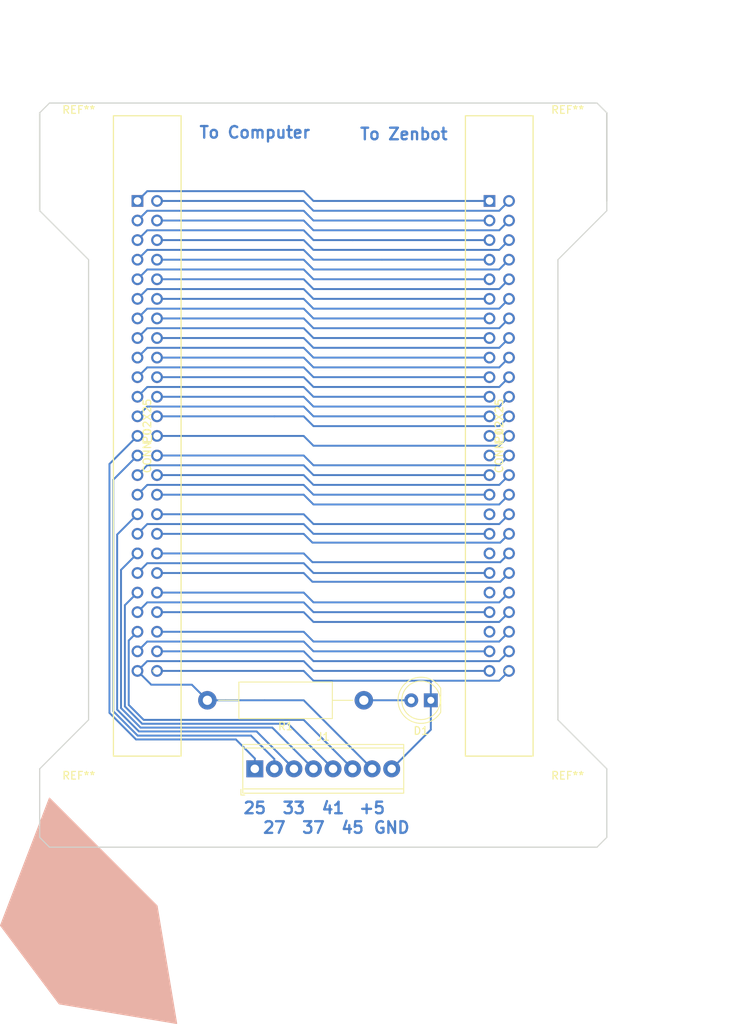
<source format=kicad_pcb>
(kicad_pcb (version 20171130) (host pcbnew 5.0.2+dfsg1-1)

  (general
    (thickness 1.6)
    (drawings 32)
    (tracks 234)
    (zones 0)
    (modules 9)
    (nets 58)
  )

  (page A4)
  (layers
    (0 F.Cu signal)
    (31 B.Cu signal)
    (33 F.Adhes user)
    (35 F.Paste user)
    (37 F.SilkS user)
    (39 F.Mask user)
    (40 Dwgs.User user)
    (41 Cmts.User user)
    (42 Eco1.User user)
    (43 Eco2.User user)
    (44 Edge.Cuts user)
    (45 Margin user)
    (47 F.CrtYd user)
    (49 F.Fab user)
  )

  (setup
    (last_trace_width 0.25)
    (trace_clearance 0.25)
    (zone_clearance 0.26)
    (zone_45_only no)
    (trace_min 0.2)
    (segment_width 0.2)
    (edge_width 0.15)
    (via_size 0.6)
    (via_drill 0.4)
    (via_min_size 0.4)
    (via_min_drill 0.3)
    (uvia_size 0.3)
    (uvia_drill 0.1)
    (uvias_allowed no)
    (uvia_min_size 0.2)
    (uvia_min_drill 0.1)
    (pcb_text_width 0.3)
    (pcb_text_size 1.5 1.5)
    (mod_edge_width 0.15)
    (mod_text_size 1 1)
    (mod_text_width 0.15)
    (pad_size 4.7 4.7)
    (pad_drill 1)
    (pad_to_mask_clearance 0.2)
    (solder_mask_min_width 0.25)
    (aux_axis_origin 97.79 129.54)
    (grid_origin 97.79 129.54)
    (visible_elements FFFFFF7F)
    (pcbplotparams
      (layerselection 0x01000_fffffffe)
      (usegerberextensions false)
      (usegerberattributes false)
      (usegerberadvancedattributes false)
      (creategerberjobfile false)
      (excludeedgelayer true)
      (linewidth 0.100000)
      (plotframeref false)
      (viasonmask false)
      (mode 1)
      (useauxorigin true)
      (hpglpennumber 1)
      (hpglpenspeed 20)
      (hpglpendiameter 15.000000)
      (psnegative false)
      (psa4output false)
      (plotreference true)
      (plotvalue true)
      (plotinvisibletext false)
      (padsonsilk false)
      (subtractmaskfromsilk false)
      (outputformat 1)
      (mirror false)
      (drillshape 0)
      (scaleselection 1)
      (outputdirectory ""))
  )

  (net 0 "")
  (net 1 "Net-(D1-Pad1)")
  (net 2 "Net-(D1-Pad2)")
  (net 3 "Net-(J1-Pad1)")
  (net 4 "Net-(J1-Pad2)")
  (net 5 "Net-(J1-Pad3)")
  (net 6 "Net-(J1-Pad4)")
  (net 7 "Net-(J1-Pad5)")
  (net 8 "Net-(J1-Pad6)")
  (net 9 "Net-(J1-Pad7)")
  (net 10 "Net-(P0-Pad1)")
  (net 11 "Net-(P0-Pad2)")
  (net 12 "Net-(P0-Pad3)")
  (net 13 "Net-(P0-Pad4)")
  (net 14 "Net-(P0-Pad5)")
  (net 15 "Net-(P0-Pad6)")
  (net 16 "Net-(P0-Pad7)")
  (net 17 "Net-(P0-Pad8)")
  (net 18 "Net-(P0-Pad9)")
  (net 19 "Net-(P0-Pad10)")
  (net 20 "Net-(P0-Pad11)")
  (net 21 "Net-(P0-Pad12)")
  (net 22 "Net-(P0-Pad13)")
  (net 23 "Net-(P0-Pad14)")
  (net 24 "Net-(P0-Pad15)")
  (net 25 "Net-(P0-Pad16)")
  (net 26 "Net-(P0-Pad17)")
  (net 27 "Net-(P0-Pad18)")
  (net 28 "Net-(P0-Pad19)")
  (net 29 "Net-(P0-Pad20)")
  (net 30 "Net-(P0-Pad21)")
  (net 31 "Net-(P0-Pad22)")
  (net 32 "Net-(P0-Pad23)")
  (net 33 "Net-(P0-Pad24)")
  (net 34 "Net-(P0-Pad26)")
  (net 35 "Net-(P0-Pad28)")
  (net 36 "Net-(P0-Pad29)")
  (net 37 "Net-(P0-Pad30)")
  (net 38 "Net-(P0-Pad31)")
  (net 39 "Net-(P0-Pad32)")
  (net 40 "Net-(P0-Pad34)")
  (net 41 "Net-(P0-Pad35)")
  (net 42 "Net-(P0-Pad36)")
  (net 43 "Net-(P0-Pad38)")
  (net 44 "Net-(P0-Pad39)")
  (net 45 "Net-(P0-Pad40)")
  (net 46 "Net-(P0-Pad42)")
  (net 47 "Net-(P0-Pad43)")
  (net 48 "Net-(P0-Pad44)")
  (net 49 "Net-(P0-Pad46)")
  (net 50 "Net-(P0-Pad47)")
  (net 51 "Net-(P0-Pad48)")
  (net 52 "Net-(P1-Pad25)")
  (net 53 "Net-(P1-Pad27)")
  (net 54 "Net-(P1-Pad33)")
  (net 55 "Net-(P1-Pad37)")
  (net 56 "Net-(P1-Pad41)")
  (net 57 "Net-(P1-Pad45)")

  (net_class Default "This is the default net class."
    (clearance 0.25)
    (trace_width 0.25)
    (via_dia 0.6)
    (via_drill 0.4)
    (uvia_dia 0.3)
    (uvia_drill 0.1)
    (add_net "Net-(D1-Pad1)")
    (add_net "Net-(D1-Pad2)")
    (add_net "Net-(J1-Pad1)")
    (add_net "Net-(J1-Pad2)")
    (add_net "Net-(J1-Pad3)")
    (add_net "Net-(J1-Pad4)")
    (add_net "Net-(J1-Pad5)")
    (add_net "Net-(J1-Pad6)")
    (add_net "Net-(J1-Pad7)")
    (add_net "Net-(P0-Pad1)")
    (add_net "Net-(P0-Pad10)")
    (add_net "Net-(P0-Pad11)")
    (add_net "Net-(P0-Pad12)")
    (add_net "Net-(P0-Pad13)")
    (add_net "Net-(P0-Pad14)")
    (add_net "Net-(P0-Pad15)")
    (add_net "Net-(P0-Pad16)")
    (add_net "Net-(P0-Pad17)")
    (add_net "Net-(P0-Pad18)")
    (add_net "Net-(P0-Pad19)")
    (add_net "Net-(P0-Pad2)")
    (add_net "Net-(P0-Pad20)")
    (add_net "Net-(P0-Pad21)")
    (add_net "Net-(P0-Pad22)")
    (add_net "Net-(P0-Pad23)")
    (add_net "Net-(P0-Pad24)")
    (add_net "Net-(P0-Pad26)")
    (add_net "Net-(P0-Pad28)")
    (add_net "Net-(P0-Pad29)")
    (add_net "Net-(P0-Pad3)")
    (add_net "Net-(P0-Pad30)")
    (add_net "Net-(P0-Pad31)")
    (add_net "Net-(P0-Pad32)")
    (add_net "Net-(P0-Pad34)")
    (add_net "Net-(P0-Pad35)")
    (add_net "Net-(P0-Pad36)")
    (add_net "Net-(P0-Pad38)")
    (add_net "Net-(P0-Pad39)")
    (add_net "Net-(P0-Pad4)")
    (add_net "Net-(P0-Pad40)")
    (add_net "Net-(P0-Pad42)")
    (add_net "Net-(P0-Pad43)")
    (add_net "Net-(P0-Pad44)")
    (add_net "Net-(P0-Pad46)")
    (add_net "Net-(P0-Pad47)")
    (add_net "Net-(P0-Pad48)")
    (add_net "Net-(P0-Pad5)")
    (add_net "Net-(P0-Pad6)")
    (add_net "Net-(P0-Pad7)")
    (add_net "Net-(P0-Pad8)")
    (add_net "Net-(P0-Pad9)")
    (add_net "Net-(P1-Pad25)")
    (add_net "Net-(P1-Pad27)")
    (add_net "Net-(P1-Pad33)")
    (add_net "Net-(P1-Pad37)")
    (add_net "Net-(P1-Pad41)")
    (add_net "Net-(P1-Pad45)")
  )

  (module zenbot:TE-Connectivity_1-5499923-0 (layer F.Cu) (tedit 5CAABD1C) (tstamp 5BF9947D)
    (at 113.03 106.68 270)
    (path /5BF5B245)
    (fp_text reference P0 (at -30.48 1.27 270) (layer F.SilkS)
      (effects (font (size 1 1) (thickness 0.15)))
    )
    (fp_text value CONN_02X25 (at -30.48 1.27 270) (layer F.SilkS)
      (effects (font (size 1 1) (thickness 0.15)))
    )
    (fp_text user * (at 0 0 270) (layer F.SilkS)
      (effects (font (size 1 1) (thickness 0.15)))
    )
    (fp_text user * (at 0 0 270) (layer F.Fab)
      (effects (font (size 1 1) (thickness 0.15)))
    )
    (fp_line (start -72.009 5.6642) (end 11.049 5.6642) (layer F.SilkS) (width 0.1524))
    (fp_line (start 11.049 5.6642) (end 11.049 -3.1242) (layer F.SilkS) (width 0.1524))
    (fp_line (start 11.049 -3.1242) (end -72.009 -3.1242) (layer F.SilkS) (width 0.1524))
    (fp_line (start -72.009 -3.1242) (end -72.009 5.6642) (layer F.SilkS) (width 0.1524))
    (fp_line (start -71.882 5.5372) (end 10.922 5.5372) (layer F.Fab) (width 0.1524))
    (fp_line (start 10.922 5.5372) (end 10.922 -2.9972) (layer F.Fab) (width 0.1524))
    (fp_line (start 10.922 -2.9972) (end -71.882 -2.9972) (layer F.Fab) (width 0.1524))
    (fp_line (start -71.882 -2.9972) (end -71.882 5.5372) (layer F.Fab) (width 0.1524))
    (fp_line (start -72.136 -3.2512) (end -72.136 5.7912) (layer F.CrtYd) (width 0.1524))
    (fp_line (start -72.136 5.7912) (end 11.176 5.7912) (layer F.CrtYd) (width 0.1524))
    (fp_line (start 11.176 5.7912) (end 11.176 -3.2512) (layer F.CrtYd) (width 0.1524))
    (fp_line (start 11.176 -3.2512) (end -72.136 -3.2512) (layer F.CrtYd) (width 0.1524))
    (pad 1 thru_hole rect (at -60.96 2.54 270) (size 1.524 1.524) (drill 0.9652) (layers *.Cu *.Mask)
      (net 10 "Net-(P0-Pad1)"))
    (pad 2 thru_hole circle (at -60.96 0 270) (size 1.524 1.524) (drill 0.9652) (layers *.Cu *.Mask)
      (net 11 "Net-(P0-Pad2)"))
    (pad 3 thru_hole circle (at -58.42 2.54 270) (size 1.524 1.524) (drill 0.9652) (layers *.Cu *.Mask)
      (net 12 "Net-(P0-Pad3)"))
    (pad 4 thru_hole circle (at -58.42 0 270) (size 1.524 1.524) (drill 0.9652) (layers *.Cu *.Mask)
      (net 13 "Net-(P0-Pad4)"))
    (pad 5 thru_hole circle (at -55.88 2.54 270) (size 1.524 1.524) (drill 0.9652) (layers *.Cu *.Mask)
      (net 14 "Net-(P0-Pad5)"))
    (pad 6 thru_hole circle (at -55.88 0 270) (size 1.524 1.524) (drill 0.9652) (layers *.Cu *.Mask)
      (net 15 "Net-(P0-Pad6)"))
    (pad 7 thru_hole circle (at -53.34 2.54 270) (size 1.524 1.524) (drill 0.9652) (layers *.Cu *.Mask)
      (net 16 "Net-(P0-Pad7)"))
    (pad 8 thru_hole circle (at -53.34 0 270) (size 1.524 1.524) (drill 0.9652) (layers *.Cu *.Mask)
      (net 17 "Net-(P0-Pad8)"))
    (pad 9 thru_hole circle (at -50.8 2.54 270) (size 1.524 1.524) (drill 0.9652) (layers *.Cu *.Mask)
      (net 18 "Net-(P0-Pad9)"))
    (pad 10 thru_hole circle (at -50.8 0 270) (size 1.524 1.524) (drill 0.9652) (layers *.Cu *.Mask)
      (net 19 "Net-(P0-Pad10)"))
    (pad 11 thru_hole circle (at -48.26 2.54 270) (size 1.524 1.524) (drill 0.9652) (layers *.Cu *.Mask)
      (net 20 "Net-(P0-Pad11)"))
    (pad 12 thru_hole circle (at -48.26 0 270) (size 1.524 1.524) (drill 0.9652) (layers *.Cu *.Mask)
      (net 21 "Net-(P0-Pad12)"))
    (pad 13 thru_hole circle (at -45.72 2.54 270) (size 1.524 1.524) (drill 0.9652) (layers *.Cu *.Mask)
      (net 22 "Net-(P0-Pad13)"))
    (pad 14 thru_hole circle (at -45.72 0 270) (size 1.524 1.524) (drill 0.9652) (layers *.Cu *.Mask)
      (net 23 "Net-(P0-Pad14)"))
    (pad 15 thru_hole circle (at -43.18 2.54 270) (size 1.524 1.524) (drill 0.9652) (layers *.Cu *.Mask)
      (net 24 "Net-(P0-Pad15)"))
    (pad 16 thru_hole circle (at -43.18 0 270) (size 1.524 1.524) (drill 0.9652) (layers *.Cu *.Mask)
      (net 25 "Net-(P0-Pad16)"))
    (pad 17 thru_hole circle (at -40.64 2.54 270) (size 1.524 1.524) (drill 0.9652) (layers *.Cu *.Mask)
      (net 26 "Net-(P0-Pad17)"))
    (pad 18 thru_hole circle (at -40.64 0 270) (size 1.524 1.524) (drill 0.9652) (layers *.Cu *.Mask)
      (net 27 "Net-(P0-Pad18)"))
    (pad 19 thru_hole circle (at -38.1 2.54 270) (size 1.524 1.524) (drill 0.9652) (layers *.Cu *.Mask)
      (net 28 "Net-(P0-Pad19)"))
    (pad 20 thru_hole circle (at -38.1 0 270) (size 1.524 1.524) (drill 0.9652) (layers *.Cu *.Mask)
      (net 29 "Net-(P0-Pad20)"))
    (pad 21 thru_hole circle (at -35.56 2.54 270) (size 1.524 1.524) (drill 0.9652) (layers *.Cu *.Mask)
      (net 30 "Net-(P0-Pad21)"))
    (pad 22 thru_hole circle (at -35.56 0 270) (size 1.524 1.524) (drill 0.9652) (layers *.Cu *.Mask)
      (net 31 "Net-(P0-Pad22)"))
    (pad 23 thru_hole circle (at -33.02 2.54 270) (size 1.524 1.524) (drill 0.9652) (layers *.Cu *.Mask)
      (net 32 "Net-(P0-Pad23)"))
    (pad 24 thru_hole circle (at -33.02 0 270) (size 1.524 1.524) (drill 0.9652) (layers *.Cu *.Mask)
      (net 33 "Net-(P0-Pad24)"))
    (pad 25 thru_hole circle (at -30.48 2.54 270) (size 1.524 1.524) (drill 0.9652) (layers *.Cu *.Mask)
      (net 3 "Net-(J1-Pad1)"))
    (pad 26 thru_hole circle (at -30.48 0 270) (size 1.524 1.524) (drill 0.9652) (layers *.Cu *.Mask)
      (net 34 "Net-(P0-Pad26)"))
    (pad 27 thru_hole circle (at -27.94 2.54 270) (size 1.524 1.524) (drill 0.9652) (layers *.Cu *.Mask)
      (net 4 "Net-(J1-Pad2)"))
    (pad 28 thru_hole circle (at -27.94 0 270) (size 1.524 1.524) (drill 0.9652) (layers *.Cu *.Mask)
      (net 35 "Net-(P0-Pad28)"))
    (pad 29 thru_hole circle (at -25.4 2.54 270) (size 1.524 1.524) (drill 0.9652) (layers *.Cu *.Mask)
      (net 36 "Net-(P0-Pad29)"))
    (pad 30 thru_hole circle (at -25.4 0 270) (size 1.524 1.524) (drill 0.9652) (layers *.Cu *.Mask)
      (net 37 "Net-(P0-Pad30)"))
    (pad 31 thru_hole circle (at -22.86 2.54 270) (size 1.524 1.524) (drill 0.9652) (layers *.Cu *.Mask)
      (net 38 "Net-(P0-Pad31)"))
    (pad 32 thru_hole circle (at -22.86 0 270) (size 1.524 1.524) (drill 0.9652) (layers *.Cu *.Mask)
      (net 39 "Net-(P0-Pad32)"))
    (pad 33 thru_hole circle (at -20.32 2.54 270) (size 1.524 1.524) (drill 0.9652) (layers *.Cu *.Mask)
      (net 5 "Net-(J1-Pad3)"))
    (pad 34 thru_hole circle (at -20.32 0 270) (size 1.524 1.524) (drill 0.9652) (layers *.Cu *.Mask)
      (net 40 "Net-(P0-Pad34)"))
    (pad 35 thru_hole circle (at -17.78 2.54 270) (size 1.524 1.524) (drill 0.9652) (layers *.Cu *.Mask)
      (net 41 "Net-(P0-Pad35)"))
    (pad 36 thru_hole circle (at -17.78 0 270) (size 1.524 1.524) (drill 0.9652) (layers *.Cu *.Mask)
      (net 42 "Net-(P0-Pad36)"))
    (pad 37 thru_hole circle (at -15.24 2.54 270) (size 1.524 1.524) (drill 0.9652) (layers *.Cu *.Mask)
      (net 6 "Net-(J1-Pad4)"))
    (pad 38 thru_hole circle (at -15.24 0 270) (size 1.524 1.524) (drill 0.9652) (layers *.Cu *.Mask)
      (net 43 "Net-(P0-Pad38)"))
    (pad 39 thru_hole circle (at -12.7 2.54 270) (size 1.524 1.524) (drill 0.9652) (layers *.Cu *.Mask)
      (net 44 "Net-(P0-Pad39)"))
    (pad 40 thru_hole circle (at -12.7 0 270) (size 1.524 1.524) (drill 0.9652) (layers *.Cu *.Mask)
      (net 45 "Net-(P0-Pad40)"))
    (pad 41 thru_hole circle (at -10.16 2.54 270) (size 1.524 1.524) (drill 0.9652) (layers *.Cu *.Mask)
      (net 7 "Net-(J1-Pad5)"))
    (pad 42 thru_hole circle (at -10.16 0 270) (size 1.524 1.524) (drill 0.9652) (layers *.Cu *.Mask)
      (net 46 "Net-(P0-Pad42)"))
    (pad 43 thru_hole circle (at -7.62 2.54 270) (size 1.524 1.524) (drill 0.9652) (layers *.Cu *.Mask)
      (net 47 "Net-(P0-Pad43)"))
    (pad 44 thru_hole circle (at -7.62 0 270) (size 1.524 1.524) (drill 0.9652) (layers *.Cu *.Mask)
      (net 48 "Net-(P0-Pad44)"))
    (pad 45 thru_hole circle (at -5.08 2.54 270) (size 1.524 1.524) (drill 0.9652) (layers *.Cu *.Mask)
      (net 8 "Net-(J1-Pad6)"))
    (pad 46 thru_hole circle (at -5.08 0 270) (size 1.524 1.524) (drill 0.9652) (layers *.Cu *.Mask)
      (net 49 "Net-(P0-Pad46)"))
    (pad 47 thru_hole circle (at -2.54 2.54 270) (size 1.524 1.524) (drill 0.9652) (layers *.Cu *.Mask)
      (net 50 "Net-(P0-Pad47)"))
    (pad 48 thru_hole circle (at -2.54 0 270) (size 1.524 1.524) (drill 0.9652) (layers *.Cu *.Mask)
      (net 51 "Net-(P0-Pad48)"))
    (pad 49 thru_hole circle (at 0 2.54 270) (size 1.524 1.524) (drill 0.9652) (layers *.Cu *.Mask)
      (net 9 "Net-(J1-Pad7)"))
    (pad 50 thru_hole circle (at 0 0 270) (size 1.524 1.524) (drill 0.9652) (layers *.Cu *.Mask)
      (net 1 "Net-(D1-Pad1)"))
  )

  (module zenbot:TE-Connectivity_1-5499923-0 (layer F.Cu) (tedit 5CAABD1C) (tstamp 5BF994BF)
    (at 158.75 106.68 270)
    (path /5BF5B2D8)
    (fp_text reference P1 (at -30.48 1.27 270) (layer F.SilkS)
      (effects (font (size 1 1) (thickness 0.15)))
    )
    (fp_text value CONN_02X25 (at -30.48 1.27 270) (layer F.SilkS)
      (effects (font (size 1 1) (thickness 0.15)))
    )
    (fp_text user * (at 0 0 270) (layer F.SilkS)
      (effects (font (size 1 1) (thickness 0.15)))
    )
    (fp_text user * (at 0 0 270) (layer F.Fab)
      (effects (font (size 1 1) (thickness 0.15)))
    )
    (fp_line (start -72.009 5.6642) (end 11.049 5.6642) (layer F.SilkS) (width 0.1524))
    (fp_line (start 11.049 5.6642) (end 11.049 -3.1242) (layer F.SilkS) (width 0.1524))
    (fp_line (start 11.049 -3.1242) (end -72.009 -3.1242) (layer F.SilkS) (width 0.1524))
    (fp_line (start -72.009 -3.1242) (end -72.009 5.6642) (layer F.SilkS) (width 0.1524))
    (fp_line (start -71.882 5.5372) (end 10.922 5.5372) (layer F.Fab) (width 0.1524))
    (fp_line (start 10.922 5.5372) (end 10.922 -2.9972) (layer F.Fab) (width 0.1524))
    (fp_line (start 10.922 -2.9972) (end -71.882 -2.9972) (layer F.Fab) (width 0.1524))
    (fp_line (start -71.882 -2.9972) (end -71.882 5.5372) (layer F.Fab) (width 0.1524))
    (fp_line (start -72.136 -3.2512) (end -72.136 5.7912) (layer F.CrtYd) (width 0.1524))
    (fp_line (start -72.136 5.7912) (end 11.176 5.7912) (layer F.CrtYd) (width 0.1524))
    (fp_line (start 11.176 5.7912) (end 11.176 -3.2512) (layer F.CrtYd) (width 0.1524))
    (fp_line (start 11.176 -3.2512) (end -72.136 -3.2512) (layer F.CrtYd) (width 0.1524))
    (pad 1 thru_hole rect (at -60.96 2.54 270) (size 1.524 1.524) (drill 0.9652) (layers *.Cu *.Mask)
      (net 10 "Net-(P0-Pad1)"))
    (pad 2 thru_hole circle (at -60.96 0 270) (size 1.524 1.524) (drill 0.9652) (layers *.Cu *.Mask)
      (net 11 "Net-(P0-Pad2)"))
    (pad 3 thru_hole circle (at -58.42 2.54 270) (size 1.524 1.524) (drill 0.9652) (layers *.Cu *.Mask)
      (net 12 "Net-(P0-Pad3)"))
    (pad 4 thru_hole circle (at -58.42 0 270) (size 1.524 1.524) (drill 0.9652) (layers *.Cu *.Mask)
      (net 13 "Net-(P0-Pad4)"))
    (pad 5 thru_hole circle (at -55.88 2.54 270) (size 1.524 1.524) (drill 0.9652) (layers *.Cu *.Mask)
      (net 14 "Net-(P0-Pad5)"))
    (pad 6 thru_hole circle (at -55.88 0 270) (size 1.524 1.524) (drill 0.9652) (layers *.Cu *.Mask)
      (net 15 "Net-(P0-Pad6)"))
    (pad 7 thru_hole circle (at -53.34 2.54 270) (size 1.524 1.524) (drill 0.9652) (layers *.Cu *.Mask)
      (net 16 "Net-(P0-Pad7)"))
    (pad 8 thru_hole circle (at -53.34 0 270) (size 1.524 1.524) (drill 0.9652) (layers *.Cu *.Mask)
      (net 17 "Net-(P0-Pad8)"))
    (pad 9 thru_hole circle (at -50.8 2.54 270) (size 1.524 1.524) (drill 0.9652) (layers *.Cu *.Mask)
      (net 18 "Net-(P0-Pad9)"))
    (pad 10 thru_hole circle (at -50.8 0 270) (size 1.524 1.524) (drill 0.9652) (layers *.Cu *.Mask)
      (net 19 "Net-(P0-Pad10)"))
    (pad 11 thru_hole circle (at -48.26 2.54 270) (size 1.524 1.524) (drill 0.9652) (layers *.Cu *.Mask)
      (net 20 "Net-(P0-Pad11)"))
    (pad 12 thru_hole circle (at -48.26 0 270) (size 1.524 1.524) (drill 0.9652) (layers *.Cu *.Mask)
      (net 21 "Net-(P0-Pad12)"))
    (pad 13 thru_hole circle (at -45.72 2.54 270) (size 1.524 1.524) (drill 0.9652) (layers *.Cu *.Mask)
      (net 22 "Net-(P0-Pad13)"))
    (pad 14 thru_hole circle (at -45.72 0 270) (size 1.524 1.524) (drill 0.9652) (layers *.Cu *.Mask)
      (net 23 "Net-(P0-Pad14)"))
    (pad 15 thru_hole circle (at -43.18 2.54 270) (size 1.524 1.524) (drill 0.9652) (layers *.Cu *.Mask)
      (net 24 "Net-(P0-Pad15)"))
    (pad 16 thru_hole circle (at -43.18 0 270) (size 1.524 1.524) (drill 0.9652) (layers *.Cu *.Mask)
      (net 25 "Net-(P0-Pad16)"))
    (pad 17 thru_hole circle (at -40.64 2.54 270) (size 1.524 1.524) (drill 0.9652) (layers *.Cu *.Mask)
      (net 26 "Net-(P0-Pad17)"))
    (pad 18 thru_hole circle (at -40.64 0 270) (size 1.524 1.524) (drill 0.9652) (layers *.Cu *.Mask)
      (net 27 "Net-(P0-Pad18)"))
    (pad 19 thru_hole circle (at -38.1 2.54 270) (size 1.524 1.524) (drill 0.9652) (layers *.Cu *.Mask)
      (net 28 "Net-(P0-Pad19)"))
    (pad 20 thru_hole circle (at -38.1 0 270) (size 1.524 1.524) (drill 0.9652) (layers *.Cu *.Mask)
      (net 29 "Net-(P0-Pad20)"))
    (pad 21 thru_hole circle (at -35.56 2.54 270) (size 1.524 1.524) (drill 0.9652) (layers *.Cu *.Mask)
      (net 30 "Net-(P0-Pad21)"))
    (pad 22 thru_hole circle (at -35.56 0 270) (size 1.524 1.524) (drill 0.9652) (layers *.Cu *.Mask)
      (net 31 "Net-(P0-Pad22)"))
    (pad 23 thru_hole circle (at -33.02 2.54 270) (size 1.524 1.524) (drill 0.9652) (layers *.Cu *.Mask)
      (net 32 "Net-(P0-Pad23)"))
    (pad 24 thru_hole circle (at -33.02 0 270) (size 1.524 1.524) (drill 0.9652) (layers *.Cu *.Mask)
      (net 33 "Net-(P0-Pad24)"))
    (pad 25 thru_hole circle (at -30.48 2.54 270) (size 1.524 1.524) (drill 0.9652) (layers *.Cu *.Mask)
      (net 52 "Net-(P1-Pad25)"))
    (pad 26 thru_hole circle (at -30.48 0 270) (size 1.524 1.524) (drill 0.9652) (layers *.Cu *.Mask)
      (net 34 "Net-(P0-Pad26)"))
    (pad 27 thru_hole circle (at -27.94 2.54 270) (size 1.524 1.524) (drill 0.9652) (layers *.Cu *.Mask)
      (net 53 "Net-(P1-Pad27)"))
    (pad 28 thru_hole circle (at -27.94 0 270) (size 1.524 1.524) (drill 0.9652) (layers *.Cu *.Mask)
      (net 35 "Net-(P0-Pad28)"))
    (pad 29 thru_hole circle (at -25.4 2.54 270) (size 1.524 1.524) (drill 0.9652) (layers *.Cu *.Mask)
      (net 36 "Net-(P0-Pad29)"))
    (pad 30 thru_hole circle (at -25.4 0 270) (size 1.524 1.524) (drill 0.9652) (layers *.Cu *.Mask)
      (net 37 "Net-(P0-Pad30)"))
    (pad 31 thru_hole circle (at -22.86 2.54 270) (size 1.524 1.524) (drill 0.9652) (layers *.Cu *.Mask)
      (net 38 "Net-(P0-Pad31)"))
    (pad 32 thru_hole circle (at -22.86 0 270) (size 1.524 1.524) (drill 0.9652) (layers *.Cu *.Mask)
      (net 39 "Net-(P0-Pad32)"))
    (pad 33 thru_hole circle (at -20.32 2.54 270) (size 1.524 1.524) (drill 0.9652) (layers *.Cu *.Mask)
      (net 54 "Net-(P1-Pad33)"))
    (pad 34 thru_hole circle (at -20.32 0 270) (size 1.524 1.524) (drill 0.9652) (layers *.Cu *.Mask)
      (net 40 "Net-(P0-Pad34)"))
    (pad 35 thru_hole circle (at -17.78 2.54 270) (size 1.524 1.524) (drill 0.9652) (layers *.Cu *.Mask)
      (net 41 "Net-(P0-Pad35)"))
    (pad 36 thru_hole circle (at -17.78 0 270) (size 1.524 1.524) (drill 0.9652) (layers *.Cu *.Mask)
      (net 42 "Net-(P0-Pad36)"))
    (pad 37 thru_hole circle (at -15.24 2.54 270) (size 1.524 1.524) (drill 0.9652) (layers *.Cu *.Mask)
      (net 55 "Net-(P1-Pad37)"))
    (pad 38 thru_hole circle (at -15.24 0 270) (size 1.524 1.524) (drill 0.9652) (layers *.Cu *.Mask)
      (net 43 "Net-(P0-Pad38)"))
    (pad 39 thru_hole circle (at -12.7 2.54 270) (size 1.524 1.524) (drill 0.9652) (layers *.Cu *.Mask)
      (net 44 "Net-(P0-Pad39)"))
    (pad 40 thru_hole circle (at -12.7 0 270) (size 1.524 1.524) (drill 0.9652) (layers *.Cu *.Mask)
      (net 45 "Net-(P0-Pad40)"))
    (pad 41 thru_hole circle (at -10.16 2.54 270) (size 1.524 1.524) (drill 0.9652) (layers *.Cu *.Mask)
      (net 56 "Net-(P1-Pad41)"))
    (pad 42 thru_hole circle (at -10.16 0 270) (size 1.524 1.524) (drill 0.9652) (layers *.Cu *.Mask)
      (net 46 "Net-(P0-Pad42)"))
    (pad 43 thru_hole circle (at -7.62 2.54 270) (size 1.524 1.524) (drill 0.9652) (layers *.Cu *.Mask)
      (net 47 "Net-(P0-Pad43)"))
    (pad 44 thru_hole circle (at -7.62 0 270) (size 1.524 1.524) (drill 0.9652) (layers *.Cu *.Mask)
      (net 48 "Net-(P0-Pad44)"))
    (pad 45 thru_hole circle (at -5.08 2.54 270) (size 1.524 1.524) (drill 0.9652) (layers *.Cu *.Mask)
      (net 57 "Net-(P1-Pad45)"))
    (pad 46 thru_hole circle (at -5.08 0 270) (size 1.524 1.524) (drill 0.9652) (layers *.Cu *.Mask)
      (net 49 "Net-(P0-Pad46)"))
    (pad 47 thru_hole circle (at -2.54 2.54 270) (size 1.524 1.524) (drill 0.9652) (layers *.Cu *.Mask)
      (net 50 "Net-(P0-Pad47)"))
    (pad 48 thru_hole circle (at -2.54 0 270) (size 1.524 1.524) (drill 0.9652) (layers *.Cu *.Mask)
      (net 51 "Net-(P0-Pad48)"))
    (pad 49 thru_hole circle (at 0 2.54 270) (size 1.524 1.524) (drill 0.9652) (layers *.Cu *.Mask)
      (net 9 "Net-(J1-Pad7)"))
    (pad 50 thru_hole circle (at 0 0 270) (size 1.524 1.524) (drill 0.9652) (layers *.Cu *.Mask)
      (net 1 "Net-(D1-Pad1)"))
  )

  (module Resistor_THT:R_Axial_DIN0414_L11.9mm_D4.5mm_P20.32mm_Horizontal (layer F.Cu) (tedit 5AE5139B) (tstamp 5CA90B29)
    (at 139.89 110.49 180)
    (descr "Resistor, Axial_DIN0414 series, Axial, Horizontal, pin pitch=20.32mm, 2W, length*diameter=11.9*4.5mm^2, http://www.vishay.com/docs/20128/wkxwrx.pdf")
    (tags "Resistor Axial_DIN0414 series Axial Horizontal pin pitch 20.32mm 2W length 11.9mm diameter 4.5mm")
    (path /5BFC45D2)
    (fp_text reference R1 (at 10.16 -3.37 180) (layer F.SilkS)
      (effects (font (size 1 1) (thickness 0.15)))
    )
    (fp_text value 4.7k (at 10.16 3.37 180) (layer F.Fab)
      (effects (font (size 1 1) (thickness 0.15)))
    )
    (fp_text user %R (at 10.16 0 180) (layer F.Fab)
      (effects (font (size 1 1) (thickness 0.15)))
    )
    (fp_line (start 21.77 -2.5) (end -1.45 -2.5) (layer F.CrtYd) (width 0.05))
    (fp_line (start 21.77 2.5) (end 21.77 -2.5) (layer F.CrtYd) (width 0.05))
    (fp_line (start -1.45 2.5) (end 21.77 2.5) (layer F.CrtYd) (width 0.05))
    (fp_line (start -1.45 -2.5) (end -1.45 2.5) (layer F.CrtYd) (width 0.05))
    (fp_line (start 18.88 0) (end 16.23 0) (layer F.SilkS) (width 0.12))
    (fp_line (start 1.44 0) (end 4.09 0) (layer F.SilkS) (width 0.12))
    (fp_line (start 16.23 -2.37) (end 4.09 -2.37) (layer F.SilkS) (width 0.12))
    (fp_line (start 16.23 2.37) (end 16.23 -2.37) (layer F.SilkS) (width 0.12))
    (fp_line (start 4.09 2.37) (end 16.23 2.37) (layer F.SilkS) (width 0.12))
    (fp_line (start 4.09 -2.37) (end 4.09 2.37) (layer F.SilkS) (width 0.12))
    (fp_line (start 20.32 0) (end 16.11 0) (layer F.Fab) (width 0.1))
    (fp_line (start 0 0) (end 4.21 0) (layer F.Fab) (width 0.1))
    (fp_line (start 16.11 -2.25) (end 4.21 -2.25) (layer F.Fab) (width 0.1))
    (fp_line (start 16.11 2.25) (end 16.11 -2.25) (layer F.Fab) (width 0.1))
    (fp_line (start 4.21 2.25) (end 16.11 2.25) (layer F.Fab) (width 0.1))
    (fp_line (start 4.21 -2.25) (end 4.21 2.25) (layer F.Fab) (width 0.1))
    (pad 2 thru_hole oval (at 20.32 0 180) (size 2.4 2.4) (drill 1.2) (layers *.Cu *.Mask)
      (net 9 "Net-(J1-Pad7)"))
    (pad 1 thru_hole circle (at 0 0 180) (size 2.4 2.4) (drill 1.2) (layers *.Cu *.Mask)
      (net 2 "Net-(D1-Pad2)"))
    (model ${KISYS3DMOD}/Resistor_THT.3dshapes/R_Axial_DIN0414_L11.9mm_D4.5mm_P20.32mm_Horizontal.wrl
      (at (xyz 0 0 0))
      (scale (xyz 1 1 1))
      (rotate (xyz 0 0 0))
    )
  )

  (module MountingHole:MountingHole_3.2mm_M3 (layer F.Cu) (tedit 56D1B4CB) (tstamp 5CACB50B)
    (at 102.87 38.1)
    (descr "Mounting Hole 3.2mm, no annular, M3")
    (tags "mounting hole 3.2mm no annular m3")
    (attr virtual)
    (fp_text reference REF** (at 0 -4.2) (layer F.SilkS)
      (effects (font (size 1 1) (thickness 0.15)))
    )
    (fp_text value MountingHole_3.2mm_M3 (at 0 4.2) (layer F.Fab)
      (effects (font (size 1 1) (thickness 0.15)))
    )
    (fp_circle (center 0 0) (end 3.45 0) (layer F.CrtYd) (width 0.05))
    (fp_circle (center 0 0) (end 3.2 0) (layer Cmts.User) (width 0.15))
    (fp_text user %R (at 0.3 0) (layer F.Fab)
      (effects (font (size 1 1) (thickness 0.15)))
    )
    (pad 1 np_thru_hole circle (at 0 0) (size 3.2 3.2) (drill 3.2) (layers *.Cu *.Mask))
  )

  (module MountingHole:MountingHole_3.2mm_M3 (layer F.Cu) (tedit 56D1B4CB) (tstamp 5CACB51A)
    (at 166.37 38.1)
    (descr "Mounting Hole 3.2mm, no annular, M3")
    (tags "mounting hole 3.2mm no annular m3")
    (attr virtual)
    (fp_text reference REF** (at 0 -4.2) (layer F.SilkS)
      (effects (font (size 1 1) (thickness 0.15)))
    )
    (fp_text value MountingHole_3.2mm_M3 (at 0 4.2) (layer F.Fab)
      (effects (font (size 1 1) (thickness 0.15)))
    )
    (fp_circle (center 0 0) (end 3.45 0) (layer F.CrtYd) (width 0.05))
    (fp_circle (center 0 0) (end 3.2 0) (layer Cmts.User) (width 0.15))
    (fp_text user %R (at 0.3 0) (layer F.Fab)
      (effects (font (size 1 1) (thickness 0.15)))
    )
    (pad 1 np_thru_hole circle (at 0 0) (size 3.2 3.2) (drill 3.2) (layers *.Cu *.Mask))
  )

  (module MountingHole:MountingHole_3.2mm_M3 (layer F.Cu) (tedit 56D1B4CB) (tstamp 5CACB529)
    (at 166.37 124.46)
    (descr "Mounting Hole 3.2mm, no annular, M3")
    (tags "mounting hole 3.2mm no annular m3")
    (attr virtual)
    (fp_text reference REF** (at 0 -4.2) (layer F.SilkS)
      (effects (font (size 1 1) (thickness 0.15)))
    )
    (fp_text value MountingHole_3.2mm_M3 (at 0 4.2) (layer F.Fab)
      (effects (font (size 1 1) (thickness 0.15)))
    )
    (fp_circle (center 0 0) (end 3.45 0) (layer F.CrtYd) (width 0.05))
    (fp_circle (center 0 0) (end 3.2 0) (layer Cmts.User) (width 0.15))
    (fp_text user %R (at 0.3 0) (layer F.Fab)
      (effects (font (size 1 1) (thickness 0.15)))
    )
    (pad 1 np_thru_hole circle (at 0 0) (size 3.2 3.2) (drill 3.2) (layers *.Cu *.Mask))
  )

  (module MountingHole:MountingHole_3.2mm_M3 (layer F.Cu) (tedit 56D1B4CB) (tstamp 5CACB538)
    (at 102.87 124.46)
    (descr "Mounting Hole 3.2mm, no annular, M3")
    (tags "mounting hole 3.2mm no annular m3")
    (attr virtual)
    (fp_text reference REF** (at 0 -4.2) (layer F.SilkS)
      (effects (font (size 1 1) (thickness 0.15)))
    )
    (fp_text value MountingHole_3.2mm_M3 (at 0 4.2) (layer F.Fab)
      (effects (font (size 1 1) (thickness 0.15)))
    )
    (fp_circle (center 0 0) (end 3.45 0) (layer F.CrtYd) (width 0.05))
    (fp_circle (center 0 0) (end 3.2 0) (layer Cmts.User) (width 0.15))
    (fp_text user %R (at 0.3 0) (layer F.Fab)
      (effects (font (size 1 1) (thickness 0.15)))
    )
    (pad 1 np_thru_hole circle (at 0 0) (size 3.2 3.2) (drill 3.2) (layers *.Cu *.Mask))
  )

  (module TerminalBlock_Phoenix:TerminalBlock_Phoenix_MPT-0,5-8-2.54_1x08_P2.54mm_Horizontal (layer F.Cu) (tedit 5B294F9B) (tstamp 5C2FEFC0)
    (at 125.73 119.38)
    (descr "Terminal Block Phoenix MPT-0,5-8-2.54, 8 pins, pitch 2.54mm, size 20.8x6.2mm^2, drill diamater 1.1mm, pad diameter 2.2mm, see http://www.mouser.com/ds/2/324/ItemDetail_1725672-916605.pdf, script-generated using https://github.com/pointhi/kicad-footprint-generator/scripts/TerminalBlock_Phoenix")
    (tags "THT Terminal Block Phoenix MPT-0,5-8-2.54 pitch 2.54mm size 20.8x6.2mm^2 drill 1.1mm pad 2.2mm")
    (path /5BF5D504)
    (fp_text reference J1 (at 8.89 -4.16) (layer F.SilkS)
      (effects (font (size 1 1) (thickness 0.15)))
    )
    (fp_text value Screw_Terminal_1x08 (at 8.89 4.16) (layer F.Fab)
      (effects (font (size 1 1) (thickness 0.15)))
    )
    (fp_text user %R (at 8.89 2) (layer F.Fab)
      (effects (font (size 1 1) (thickness 0.15)))
    )
    (fp_line (start 19.78 -3.6) (end -2 -3.6) (layer F.CrtYd) (width 0.05))
    (fp_line (start 19.78 3.6) (end 19.78 -3.6) (layer F.CrtYd) (width 0.05))
    (fp_line (start -2 3.6) (end 19.78 3.6) (layer F.CrtYd) (width 0.05))
    (fp_line (start -2 -3.6) (end -2 3.6) (layer F.CrtYd) (width 0.05))
    (fp_line (start -1.8 3.4) (end -1.3 3.4) (layer F.SilkS) (width 0.12))
    (fp_line (start -1.8 2.66) (end -1.8 3.4) (layer F.SilkS) (width 0.12))
    (fp_line (start 18.481 -0.835) (end 16.946 0.7) (layer F.Fab) (width 0.1))
    (fp_line (start 18.615 -0.7) (end 17.08 0.835) (layer F.Fab) (width 0.1))
    (fp_line (start 15.941 -0.835) (end 14.406 0.7) (layer F.Fab) (width 0.1))
    (fp_line (start 16.075 -0.7) (end 14.54 0.835) (layer F.Fab) (width 0.1))
    (fp_line (start 13.401 -0.835) (end 11.866 0.7) (layer F.Fab) (width 0.1))
    (fp_line (start 13.535 -0.7) (end 12 0.835) (layer F.Fab) (width 0.1))
    (fp_line (start 10.861 -0.835) (end 9.326 0.7) (layer F.Fab) (width 0.1))
    (fp_line (start 10.995 -0.7) (end 9.46 0.835) (layer F.Fab) (width 0.1))
    (fp_line (start 8.321 -0.835) (end 6.786 0.7) (layer F.Fab) (width 0.1))
    (fp_line (start 8.455 -0.7) (end 6.92 0.835) (layer F.Fab) (width 0.1))
    (fp_line (start 5.781 -0.835) (end 4.246 0.7) (layer F.Fab) (width 0.1))
    (fp_line (start 5.915 -0.7) (end 4.38 0.835) (layer F.Fab) (width 0.1))
    (fp_line (start 3.241 -0.835) (end 1.706 0.7) (layer F.Fab) (width 0.1))
    (fp_line (start 3.375 -0.7) (end 1.84 0.835) (layer F.Fab) (width 0.1))
    (fp_line (start 0.701 -0.835) (end -0.835 0.7) (layer F.Fab) (width 0.1))
    (fp_line (start 0.835 -0.7) (end -0.701 0.835) (layer F.Fab) (width 0.1))
    (fp_line (start 19.341 -3.16) (end 19.341 3.16) (layer F.SilkS) (width 0.12))
    (fp_line (start -1.56 -3.16) (end -1.56 3.16) (layer F.SilkS) (width 0.12))
    (fp_line (start -1.56 3.16) (end 19.341 3.16) (layer F.SilkS) (width 0.12))
    (fp_line (start -1.56 -3.16) (end 19.341 -3.16) (layer F.SilkS) (width 0.12))
    (fp_line (start -1.56 -2.7) (end 19.341 -2.7) (layer F.SilkS) (width 0.12))
    (fp_line (start -1.5 -2.7) (end 19.28 -2.7) (layer F.Fab) (width 0.1))
    (fp_line (start -1.56 2.6) (end 19.341 2.6) (layer F.SilkS) (width 0.12))
    (fp_line (start -1.5 2.6) (end 19.28 2.6) (layer F.Fab) (width 0.1))
    (fp_line (start -1.5 2.6) (end -1.5 -3.1) (layer F.Fab) (width 0.1))
    (fp_line (start -1 3.1) (end -1.5 2.6) (layer F.Fab) (width 0.1))
    (fp_line (start 19.28 3.1) (end -1 3.1) (layer F.Fab) (width 0.1))
    (fp_line (start 19.28 -3.1) (end 19.28 3.1) (layer F.Fab) (width 0.1))
    (fp_line (start -1.5 -3.1) (end 19.28 -3.1) (layer F.Fab) (width 0.1))
    (fp_circle (center 17.78 0) (end 18.88 0) (layer F.Fab) (width 0.1))
    (fp_circle (center 15.24 0) (end 16.34 0) (layer F.Fab) (width 0.1))
    (fp_circle (center 12.7 0) (end 13.8 0) (layer F.Fab) (width 0.1))
    (fp_circle (center 10.16 0) (end 11.26 0) (layer F.Fab) (width 0.1))
    (fp_circle (center 7.62 0) (end 8.72 0) (layer F.Fab) (width 0.1))
    (fp_circle (center 5.08 0) (end 6.18 0) (layer F.Fab) (width 0.1))
    (fp_circle (center 2.54 0) (end 3.64 0) (layer F.Fab) (width 0.1))
    (fp_circle (center 0 0) (end 1.1 0) (layer F.Fab) (width 0.1))
    (pad 8 thru_hole circle (at 17.78 0) (size 2.2 2.2) (drill 1.1) (layers *.Cu *.Mask)
      (net 1 "Net-(D1-Pad1)"))
    (pad 7 thru_hole circle (at 15.24 0) (size 2.2 2.2) (drill 1.1) (layers *.Cu *.Mask)
      (net 9 "Net-(J1-Pad7)"))
    (pad 6 thru_hole circle (at 12.7 0) (size 2.2 2.2) (drill 1.1) (layers *.Cu *.Mask)
      (net 8 "Net-(J1-Pad6)"))
    (pad 5 thru_hole circle (at 10.16 0) (size 2.2 2.2) (drill 1.1) (layers *.Cu *.Mask)
      (net 7 "Net-(J1-Pad5)"))
    (pad 4 thru_hole circle (at 7.62 0) (size 2.2 2.2) (drill 1.1) (layers *.Cu *.Mask)
      (net 6 "Net-(J1-Pad4)"))
    (pad 3 thru_hole circle (at 5.08 0) (size 2.2 2.2) (drill 1.1) (layers *.Cu *.Mask)
      (net 5 "Net-(J1-Pad3)"))
    (pad 2 thru_hole circle (at 2.54 0) (size 2.2 2.2) (drill 1.1) (layers *.Cu *.Mask)
      (net 4 "Net-(J1-Pad2)"))
    (pad 1 thru_hole rect (at 0 0) (size 2.2 2.2) (drill 1.1) (layers *.Cu *.Mask)
      (net 3 "Net-(J1-Pad1)"))
    (model ${KISYS3DMOD}/TerminalBlock_Phoenix.3dshapes/TerminalBlock_Phoenix_MPT-0,5-8-2.54_1x08_P2.54mm_Horizontal.wrl
      (at (xyz 0 0 0))
      (scale (xyz 1 1 1))
      (rotate (xyz 0 0 0))
    )
  )

  (module LED_THT:LED_D5.0mm (layer F.Cu) (tedit 5995936A) (tstamp 5C2FEAE0)
    (at 148.59 110.49 180)
    (descr "LED, diameter 5.0mm, 2 pins, http://cdn-reichelt.de/documents/datenblatt/A500/LL-504BC2E-009.pdf")
    (tags "LED diameter 5.0mm 2 pins")
    (path /5BFD66D1)
    (fp_text reference D1 (at 1.27 -3.96 180) (layer F.SilkS)
      (effects (font (size 1 1) (thickness 0.15)))
    )
    (fp_text value LED (at 1.27 3.96 180) (layer F.Fab)
      (effects (font (size 1 1) (thickness 0.15)))
    )
    (fp_arc (start 1.27 0) (end -1.23 -1.469694) (angle 299.1) (layer F.Fab) (width 0.1))
    (fp_arc (start 1.27 0) (end -1.29 -1.54483) (angle 148.9) (layer F.SilkS) (width 0.12))
    (fp_arc (start 1.27 0) (end -1.29 1.54483) (angle -148.9) (layer F.SilkS) (width 0.12))
    (fp_circle (center 1.27 0) (end 3.77 0) (layer F.Fab) (width 0.1))
    (fp_circle (center 1.27 0) (end 3.77 0) (layer F.SilkS) (width 0.12))
    (fp_line (start -1.23 -1.469694) (end -1.23 1.469694) (layer F.Fab) (width 0.1))
    (fp_line (start -1.29 -1.545) (end -1.29 1.545) (layer F.SilkS) (width 0.12))
    (fp_line (start -1.95 -3.25) (end -1.95 3.25) (layer F.CrtYd) (width 0.05))
    (fp_line (start -1.95 3.25) (end 4.5 3.25) (layer F.CrtYd) (width 0.05))
    (fp_line (start 4.5 3.25) (end 4.5 -3.25) (layer F.CrtYd) (width 0.05))
    (fp_line (start 4.5 -3.25) (end -1.95 -3.25) (layer F.CrtYd) (width 0.05))
    (fp_text user %R (at 1.25 0 180) (layer F.Fab)
      (effects (font (size 0.8 0.8) (thickness 0.2)))
    )
    (pad 1 thru_hole rect (at 0 0 180) (size 1.8 1.8) (drill 0.9) (layers *.Cu *.Mask)
      (net 1 "Net-(D1-Pad1)"))
    (pad 2 thru_hole circle (at 2.54 0 180) (size 1.8 1.8) (drill 0.9) (layers *.Cu *.Mask)
      (net 2 "Net-(D1-Pad2)"))
    (model ${KISYS3DMOD}/LED_THT.3dshapes/LED_D5.0mm.wrl
      (at (xyz 0 0 0))
      (scale (xyz 1 1 1))
      (rotate (xyz 0 0 0))
    )
  )

  (dimension 73.66 (width 0.3) (layer Dwgs.User)
    (gr_text "73.660 mm" (at 134.62 140.53) (layer Dwgs.User)
      (effects (font (size 1.5 1.5) (thickness 0.3)))
    )
    (feature1 (pts (xy 171.45 130.81) (xy 171.45 139.016421)))
    (feature2 (pts (xy 97.79 130.81) (xy 97.79 139.016421)))
    (crossbar (pts (xy 97.79 138.43) (xy 171.45 138.43)))
    (arrow1a (pts (xy 171.45 138.43) (xy 170.323496 139.016421)))
    (arrow1b (pts (xy 171.45 138.43) (xy 170.323496 137.843579)))
    (arrow2a (pts (xy 97.79 138.43) (xy 98.916504 139.016421)))
    (arrow2b (pts (xy 97.79 138.43) (xy 98.916504 137.843579)))
  )
  (gr_line (start 99.06 129.54) (end 170.18 129.54) (layer Edge.Cuts) (width 0.15))
  (gr_line (start 99.06 33.02) (end 170.18 33.02) (layer Edge.Cuts) (width 0.15))
  (dimension 12.7 (width 0.3) (layer Dwgs.User)
    (gr_text "12.700 mm" (at 104.682362 20.76) (layer Dwgs.User)
      (effects (font (size 1.5 1.5) (thickness 0.3)))
    )
    (feature1 (pts (xy 98.332362 31.75) (xy 98.332362 22.273579)))
    (feature2 (pts (xy 111.032362 31.75) (xy 111.032362 22.273579)))
    (crossbar (pts (xy 111.032362 22.86) (xy 98.332362 22.86)))
    (arrow1a (pts (xy 98.332362 22.86) (xy 99.458866 22.273579)))
    (arrow1b (pts (xy 98.332362 22.86) (xy 99.458866 23.446421)))
    (arrow2a (pts (xy 111.032362 22.86) (xy 109.905858 22.273579)))
    (arrow2b (pts (xy 111.032362 22.86) (xy 109.905858 23.446421)))
  )
  (dimension 12.7 (width 0.3) (layer Dwgs.User)
    (gr_text "12.700 mm" (at 165.1 20.76) (layer Dwgs.User)
      (effects (font (size 1.5 1.5) (thickness 0.3)))
    )
    (feature1 (pts (xy 158.75 31.75) (xy 158.75 22.273579)))
    (feature2 (pts (xy 171.45 31.75) (xy 171.45 22.273579)))
    (crossbar (pts (xy 171.45 22.86) (xy 158.75 22.86)))
    (arrow1a (pts (xy 158.75 22.86) (xy 159.876504 22.273579)))
    (arrow1b (pts (xy 158.75 22.86) (xy 159.876504 23.446421)))
    (arrow2a (pts (xy 171.45 22.86) (xy 170.323496 22.273579)))
    (arrow2b (pts (xy 171.45 22.86) (xy 170.323496 23.446421)))
  )
  (dimension 96.52 (width 0.3) (layer Dwgs.User)
    (gr_text "96.520 mm" (at 185.655508 81.28 270) (layer Dwgs.User)
      (effects (font (size 1.5 1.5) (thickness 0.3)))
    )
    (feature1 (pts (xy 173.99 129.54) (xy 184.141929 129.54)))
    (feature2 (pts (xy 173.99 33.02) (xy 184.141929 33.02)))
    (crossbar (pts (xy 183.555508 33.02) (xy 183.555508 129.54)))
    (arrow1a (pts (xy 183.555508 129.54) (xy 182.969087 128.413496)))
    (arrow1b (pts (xy 183.555508 129.54) (xy 184.141929 128.413496)))
    (arrow2a (pts (xy 183.555508 33.02) (xy 182.969087 34.146504)))
    (arrow2b (pts (xy 183.555508 33.02) (xy 184.141929 34.146504)))
  )
  (gr_line (start 104.14 113.03) (end 104.14 53.34) (layer Edge.Cuts) (width 0.15))
  (gr_line (start 97.79 128.27) (end 97.79 119.38) (layer Edge.Cuts) (width 0.15))
  (gr_line (start 171.45 128.27) (end 171.45 119.38) (layer Edge.Cuts) (width 0.15))
  (gr_line (start 171.45 34.29) (end 171.45 45.72) (layer Edge.Cuts) (width 0.2))
  (gr_line (start 97.79 34.29) (end 97.79 46.99) (layer Edge.Cuts) (width 0.2))
  (gr_line (start 171.45 46.99) (end 171.45 45.72) (layer Edge.Cuts) (width 0.15))
  (gr_line (start 165.1 53.34) (end 171.45 46.99) (layer Edge.Cuts) (width 0.15) (tstamp 5BFEECCD))
  (gr_line (start 165.1 113.03) (end 171.45 119.38) (layer Edge.Cuts) (width 0.15))
  (gr_line (start 165.1 53.34) (end 165.1 113.03) (layer Edge.Cuts) (width 0.15))
  (gr_line (start 97.79 34.29) (end 99.06 33.02) (layer Edge.Cuts) (width 0.15))
  (gr_line (start 171.45 34.29) (end 170.18 33.02) (layer Edge.Cuts) (width 0.15))
  (gr_line (start 170.18 129.54) (end 171.45 128.27) (layer Edge.Cuts) (width 0.15))
  (gr_line (start 99.06 129.54) (end 97.79 128.27) (layer Edge.Cuts) (width 0.15))
  (gr_line (start 104.14 53.34) (end 97.79 46.99) (layer Edge.Cuts) (width 0.15))
  (gr_line (start 97.79 119.38) (end 104.14 113.03) (layer Edge.Cuts) (width 0.15))
  (gr_text "To Zenbot\n" (at 145.09 37.04) (layer B.Cu)
    (effects (font (size 1.5 1.5) (thickness 0.3)))
  )
  (gr_text "To Computer" (at 125.73 36.83) (layer B.Cu) (tstamp 5C2FED5A)
    (effects (font (size 1.5 1.5) (thickness 0.3)))
  )
  (gr_poly (pts (xy 92.71 139.7) (xy 100.33 149.86) (xy 115.57 152.4) (xy 113.03 137.16) (xy 99.06 123.19)) (layer B.SilkS) (width 0.15))
  (gr_text GND (at 143.51 127) (layer B.Cu) (tstamp 5C2FF053)
    (effects (font (size 1.5 1.5) (thickness 0.3)))
  )
  (gr_text +5 (at 140.97 124.46) (layer B.Cu) (tstamp 5C2FF03E)
    (effects (font (size 1.5 1.5) (thickness 0.3)))
  )
  (gr_text 45 (at 138.43 127) (layer B.Cu) (tstamp 5C2FF03B)
    (effects (font (size 1.5 1.5) (thickness 0.3)))
  )
  (gr_text 41 (at 135.89 124.46) (layer B.Cu) (tstamp 5C2FF056)
    (effects (font (size 1.5 1.5) (thickness 0.3)))
  )
  (gr_text 37 (at 133.35 127) (layer B.Cu) (tstamp 5C2FF038)
    (effects (font (size 1.5 1.5) (thickness 0.3)))
  )
  (gr_text 33 (at 130.81 124.46) (layer B.Cu) (tstamp 5C2FF059)
    (effects (font (size 1.5 1.5) (thickness 0.3)))
  )
  (gr_text 27 (at 128.27 127) (layer B.Cu) (tstamp 5C2FF02F)
    (effects (font (size 1.5 1.5) (thickness 0.3)))
  )
  (gr_text 25 (at 125.73 124.46) (layer B.Cu) (tstamp 5C2FF050)
    (effects (font (size 1.5 1.5) (thickness 0.3)))
  )

  (segment (start 148.59 114.3) (end 143.51 119.38) (width 0.25) (layer B.Cu) (net 1))
  (segment (start 148.59 110.49) (end 148.59 114.3) (width 0.25) (layer B.Cu) (net 1))
  (segment (start 113.03 106.68) (end 132.08 106.68) (width 0.25) (layer B.Cu) (net 1))
  (segment (start 132.08 106.68) (end 133.35 107.95) (width 0.25) (layer B.Cu) (net 1))
  (segment (start 157.48 107.95) (end 158.75 106.68) (width 0.25) (layer B.Cu) (net 1))
  (segment (start 148.59 107.95) (end 148.59 110.49) (width 0.25) (layer B.Cu) (net 1))
  (segment (start 148.59 107.95) (end 157.48 107.95) (width 0.25) (layer B.Cu) (net 1))
  (segment (start 133.35 107.95) (end 148.59 107.95) (width 0.25) (layer B.Cu) (net 1))
  (segment (start 146.05 110.49) (end 139.89 110.49) (width 0.25) (layer B.Cu) (net 2))
  (segment (start 109.728001 76.961999) (end 110.49 76.2) (width 0.25) (layer B.Cu) (net 3))
  (segment (start 106.852949 112.117031) (end 106.852949 79.837051) (width 0.25) (layer B.Cu) (net 3))
  (segment (start 125.73 119.38) (end 125.73 118.03) (width 0.25) (layer B.Cu) (net 3))
  (segment (start 110.305918 115.57) (end 106.852949 112.117031) (width 0.25) (layer B.Cu) (net 3))
  (segment (start 123.27 115.57) (end 110.305918 115.57) (width 0.25) (layer B.Cu) (net 3))
  (segment (start 106.852949 79.837051) (end 109.728001 76.961999) (width 0.25) (layer B.Cu) (net 3))
  (segment (start 125.73 118.03) (end 123.27 115.57) (width 0.25) (layer B.Cu) (net 3))
  (segment (start 109.728001 79.501999) (end 110.49 78.74) (width 0.25) (layer B.Cu) (net 4))
  (segment (start 125.229989 115.069989) (end 110.513029 115.069989) (width 0.25) (layer B.Cu) (net 4))
  (segment (start 128.27 119.38) (end 128.27 118.11) (width 0.25) (layer B.Cu) (net 4))
  (segment (start 110.513029 115.069989) (end 107.35296 111.90992) (width 0.25) (layer B.Cu) (net 4))
  (segment (start 128.27 118.11) (end 125.229989 115.069989) (width 0.25) (layer B.Cu) (net 4))
  (segment (start 107.35296 111.90992) (end 107.35296 81.87704) (width 0.25) (layer B.Cu) (net 4))
  (segment (start 107.35296 81.87704) (end 109.728001 79.501999) (width 0.25) (layer B.Cu) (net 4))
  (segment (start 111.76 44.45) (end 132.08 44.45) (width 0.25) (layer B.Cu) (net 10))
  (segment (start 129.710001 118.280001) (end 130.81 119.38) (width 0.25) (layer B.Cu) (net 5))
  (segment (start 107.852969 88.997031) (end 109.728001 87.121999) (width 0.25) (layer B.Cu) (net 5))
  (segment (start 107.852969 111.702811) (end 107.852969 88.997031) (width 0.25) (layer B.Cu) (net 5))
  (segment (start 109.728001 87.121999) (end 110.49 86.36) (width 0.25) (layer B.Cu) (net 5))
  (segment (start 125.96003 114.53003) (end 110.680188 114.53003) (width 0.25) (layer B.Cu) (net 5))
  (segment (start 110.680188 114.53003) (end 107.852969 111.702811) (width 0.25) (layer B.Cu) (net 5))
  (segment (start 130.81 119.38) (end 125.96003 114.53003) (width 0.25) (layer B.Cu) (net 5))
  (segment (start 108.352979 93.577021) (end 109.728001 92.201999) (width 0.25) (layer B.Cu) (net 6))
  (segment (start 108.352979 111.495701) (end 108.352979 93.577021) (width 0.25) (layer B.Cu) (net 6))
  (segment (start 110.887298 114.03002) (end 108.352979 111.495701) (width 0.25) (layer B.Cu) (net 6))
  (segment (start 128.00002 114.03002) (end 110.887298 114.03002) (width 0.25) (layer B.Cu) (net 6))
  (segment (start 109.728001 92.201999) (end 110.49 91.44) (width 0.25) (layer B.Cu) (net 6))
  (segment (start 133.35 119.38) (end 128.00002 114.03002) (width 0.25) (layer B.Cu) (net 6))
  (segment (start 109.728001 97.281999) (end 110.49 96.52) (width 0.25) (layer B.Cu) (net 7))
  (segment (start 108.852989 98.157011) (end 109.728001 97.281999) (width 0.25) (layer B.Cu) (net 7))
  (segment (start 108.852989 111.288591) (end 108.852989 98.157011) (width 0.25) (layer B.Cu) (net 7))
  (segment (start 111.094408 113.53001) (end 108.852989 111.288591) (width 0.25) (layer B.Cu) (net 7))
  (segment (start 130.04001 113.53001) (end 111.094408 113.53001) (width 0.25) (layer B.Cu) (net 7))
  (segment (start 135.89 119.38) (end 130.04001 113.53001) (width 0.25) (layer B.Cu) (net 7))
  (segment (start 138.43 119.38) (end 132.08 113.03) (width 0.25) (layer B.Cu) (net 8))
  (segment (start 109.728001 102.361999) (end 110.49 101.6) (width 0.25) (layer B.Cu) (net 8))
  (segment (start 109.352999 102.737001) (end 109.728001 102.361999) (width 0.25) (layer B.Cu) (net 8))
  (segment (start 109.352999 111.081481) (end 109.352999 102.737001) (width 0.25) (layer B.Cu) (net 8))
  (segment (start 111.301518 113.03) (end 109.352999 111.081481) (width 0.25) (layer B.Cu) (net 8))
  (segment (start 132.08 113.03) (end 111.301518 113.03) (width 0.25) (layer B.Cu) (net 8))
  (segment (start 127 110.49) (end 121.92 110.49) (width 0.25) (layer B.Cu) (net 9))
  (segment (start 132.08 110.49) (end 127 110.49) (width 0.25) (layer B.Cu) (net 9))
  (segment (start 140.97 119.38) (end 132.08 110.49) (width 0.25) (layer B.Cu) (net 9))
  (segment (start 110.49 106.68) (end 112.273999 108.463999) (width 0.25) (layer B.Cu) (net 9))
  (segment (start 156.21 106.68) (end 133.35 106.68) (width 0.25) (layer B.Cu) (net 9))
  (segment (start 133.35 106.68) (end 132.08 105.41) (width 0.25) (layer B.Cu) (net 9))
  (segment (start 111.76 105.41) (end 110.49 106.68) (width 0.25) (layer B.Cu) (net 9))
  (segment (start 132.08 105.41) (end 111.76 105.41) (width 0.25) (layer B.Cu) (net 9))
  (segment (start 117.543999 108.463999) (end 119.57 110.49) (width 0.25) (layer B.Cu) (net 9))
  (segment (start 112.273999 108.463999) (end 117.543999 108.463999) (width 0.25) (layer B.Cu) (net 9))
  (segment (start 119.57 110.49) (end 121.92 110.49) (width 0.25) (layer B.Cu) (net 9))
  (segment (start 132.08 44.45) (end 133.35 45.72) (width 0.25) (layer B.Cu) (net 10))
  (segment (start 133.35 45.72) (end 156.21 45.72) (width 0.25) (layer B.Cu) (net 10))
  (segment (start 111.76 44.45) (end 110.49 45.72) (width 0.25) (layer B.Cu) (net 10))
  (segment (start 132.08 45.72) (end 113.03 45.72) (width 0.25) (layer B.Cu) (net 11))
  (segment (start 133.35 46.99) (end 132.08 45.72) (width 0.25) (layer B.Cu) (net 11))
  (segment (start 158.75 45.72) (end 157.48 46.99) (width 0.25) (layer B.Cu) (net 11))
  (segment (start 157.48 46.99) (end 133.35 46.99) (width 0.25) (layer B.Cu) (net 11))
  (segment (start 110.49 48.26) (end 111.76 46.99) (width 0.25) (layer B.Cu) (net 12))
  (segment (start 111.76 46.99) (end 132.08 46.99) (width 0.25) (layer B.Cu) (net 12))
  (segment (start 132.08 46.99) (end 133.35 48.26) (width 0.25) (layer B.Cu) (net 12))
  (segment (start 133.35 48.26) (end 156.21 48.26) (width 0.25) (layer B.Cu) (net 12))
  (segment (start 158.75 48.26) (end 157.48 49.53) (width 0.25) (layer B.Cu) (net 13))
  (segment (start 157.48 49.53) (end 133.35 49.53) (width 0.25) (layer B.Cu) (net 13))
  (segment (start 133.35 49.53) (end 132.08 48.26) (width 0.25) (layer B.Cu) (net 13))
  (segment (start 132.08 48.26) (end 113.03 48.26) (width 0.25) (layer B.Cu) (net 13))
  (segment (start 110.49 50.8) (end 111.76 49.53) (width 0.25) (layer B.Cu) (net 14))
  (segment (start 111.76 49.53) (end 132.08 49.53) (width 0.25) (layer B.Cu) (net 14))
  (segment (start 132.08 49.53) (end 133.35 50.8) (width 0.25) (layer B.Cu) (net 14))
  (segment (start 138.43 50.8) (end 156.21 50.8) (width 0.25) (layer B.Cu) (net 14))
  (segment (start 133.35 50.8) (end 138.43 50.8) (width 0.25) (layer B.Cu) (net 14))
  (segment (start 158.75 50.8) (end 157.48 52.07) (width 0.25) (layer B.Cu) (net 15))
  (segment (start 157.48 52.07) (end 133.35 52.07) (width 0.25) (layer B.Cu) (net 15))
  (segment (start 133.35 52.07) (end 132.08 50.8) (width 0.25) (layer B.Cu) (net 15))
  (segment (start 132.08 50.8) (end 113.03 50.8) (width 0.25) (layer B.Cu) (net 15))
  (segment (start 110.49 53.34) (end 111.76 52.07) (width 0.25) (layer B.Cu) (net 16))
  (segment (start 111.76 52.07) (end 132.08 52.07) (width 0.25) (layer B.Cu) (net 16))
  (segment (start 132.08 52.07) (end 133.35 53.34) (width 0.25) (layer B.Cu) (net 16))
  (segment (start 142.24 53.34) (end 156.21 53.34) (width 0.25) (layer B.Cu) (net 16))
  (segment (start 133.35 53.34) (end 142.24 53.34) (width 0.25) (layer B.Cu) (net 16))
  (segment (start 158.75 53.34) (end 157.48 54.61) (width 0.25) (layer B.Cu) (net 17))
  (segment (start 157.48 54.61) (end 133.35 54.61) (width 0.25) (layer B.Cu) (net 17))
  (segment (start 133.35 54.61) (end 132.08 53.34) (width 0.25) (layer B.Cu) (net 17))
  (segment (start 132.08 53.34) (end 113.03 53.34) (width 0.25) (layer B.Cu) (net 17))
  (segment (start 110.49 55.88) (end 111.76 54.61) (width 0.25) (layer B.Cu) (net 18))
  (segment (start 111.76 54.61) (end 132.08 54.61) (width 0.25) (layer B.Cu) (net 18))
  (segment (start 132.08 54.61) (end 133.35 55.88) (width 0.25) (layer B.Cu) (net 18))
  (segment (start 133.35 55.88) (end 156.21 55.88) (width 0.25) (layer B.Cu) (net 18))
  (segment (start 158.75 55.88) (end 157.48 57.15) (width 0.25) (layer B.Cu) (net 19))
  (segment (start 157.48 57.15) (end 133.35 57.15) (width 0.25) (layer B.Cu) (net 19))
  (segment (start 133.35 57.15) (end 132.08 55.88) (width 0.25) (layer B.Cu) (net 19))
  (segment (start 132.08 55.88) (end 113.03 55.88) (width 0.25) (layer B.Cu) (net 19))
  (segment (start 110.49 58.42) (end 111.76 57.15) (width 0.25) (layer B.Cu) (net 20))
  (segment (start 111.76 57.15) (end 132.08 57.15) (width 0.25) (layer B.Cu) (net 20))
  (segment (start 132.08 57.15) (end 133.35 58.42) (width 0.25) (layer B.Cu) (net 20))
  (segment (start 133.35 58.42) (end 156.21 58.42) (width 0.25) (layer B.Cu) (net 20))
  (segment (start 158.75 58.42) (end 157.48 59.69) (width 0.25) (layer B.Cu) (net 21))
  (segment (start 157.48 59.69) (end 133.35 59.69) (width 0.25) (layer B.Cu) (net 21))
  (segment (start 133.35 59.69) (end 132.08 58.42) (width 0.25) (layer B.Cu) (net 21))
  (segment (start 132.08 58.42) (end 113.03 58.42) (width 0.25) (layer B.Cu) (net 21))
  (segment (start 110.49 60.96) (end 111.76 59.69) (width 0.25) (layer B.Cu) (net 22))
  (segment (start 111.76 59.69) (end 132.08 59.69) (width 0.25) (layer B.Cu) (net 22))
  (segment (start 132.08 59.69) (end 133.35 60.96) (width 0.25) (layer B.Cu) (net 22))
  (segment (start 133.35 60.96) (end 156.21 60.96) (width 0.25) (layer B.Cu) (net 22))
  (segment (start 158.75 60.96) (end 157.48 62.23) (width 0.25) (layer B.Cu) (net 23))
  (segment (start 157.48 62.23) (end 133.35 62.23) (width 0.25) (layer B.Cu) (net 23))
  (segment (start 133.35 62.23) (end 132.08 60.96) (width 0.25) (layer B.Cu) (net 23))
  (segment (start 132.08 60.96) (end 113.03 60.96) (width 0.25) (layer B.Cu) (net 23))
  (segment (start 133.35 63.5) (end 156.21 63.5) (width 0.25) (layer B.Cu) (net 24))
  (segment (start 110.49 63.5) (end 111.76 62.23) (width 0.25) (layer B.Cu) (net 24))
  (segment (start 132.08 62.23) (end 133.35 63.5) (width 0.25) (layer B.Cu) (net 24))
  (segment (start 111.76 62.23) (end 132.08 62.23) (width 0.25) (layer B.Cu) (net 24))
  (segment (start 158.75 63.5) (end 157.48 64.77) (width 0.25) (layer B.Cu) (net 25))
  (segment (start 157.48 64.77) (end 133.35 64.77) (width 0.25) (layer B.Cu) (net 25))
  (segment (start 133.35 64.77) (end 132.08 63.5) (width 0.25) (layer B.Cu) (net 25))
  (segment (start 132.08 63.5) (end 113.03 63.5) (width 0.25) (layer B.Cu) (net 25))
  (segment (start 110.49 66.04) (end 111.76 64.77) (width 0.25) (layer B.Cu) (net 26))
  (segment (start 111.76 64.77) (end 132.08 64.77) (width 0.25) (layer B.Cu) (net 26))
  (segment (start 132.08 64.77) (end 133.35 66.04) (width 0.25) (layer B.Cu) (net 26))
  (segment (start 133.35 66.04) (end 156.21 66.04) (width 0.25) (layer B.Cu) (net 26))
  (segment (start 158.75 66.04) (end 157.48 67.31) (width 0.25) (layer B.Cu) (net 27))
  (segment (start 157.48 67.31) (end 133.35 67.31) (width 0.25) (layer B.Cu) (net 27))
  (segment (start 133.35 67.31) (end 132.08 66.04) (width 0.25) (layer B.Cu) (net 27))
  (segment (start 132.08 66.04) (end 113.03 66.04) (width 0.25) (layer B.Cu) (net 27))
  (segment (start 110.49 68.58) (end 111.76 67.31) (width 0.25) (layer B.Cu) (net 28))
  (segment (start 111.76 67.31) (end 132.08 67.31) (width 0.25) (layer B.Cu) (net 28))
  (segment (start 132.08 67.31) (end 133.35 68.58) (width 0.25) (layer B.Cu) (net 28))
  (segment (start 133.35 68.58) (end 156.21 68.58) (width 0.25) (layer B.Cu) (net 28))
  (segment (start 132.08 68.58) (end 113.03 68.58) (width 0.25) (layer B.Cu) (net 29))
  (segment (start 158.75 68.58) (end 157.48 69.85) (width 0.25) (layer B.Cu) (net 29))
  (segment (start 133.35 69.85) (end 132.08 68.58) (width 0.25) (layer B.Cu) (net 29))
  (segment (start 157.48 69.85) (end 133.35 69.85) (width 0.25) (layer B.Cu) (net 29))
  (segment (start 110.49 71.12) (end 111.76 69.85) (width 0.25) (layer B.Cu) (net 30))
  (segment (start 111.76 69.85) (end 132.08 69.85) (width 0.25) (layer B.Cu) (net 30))
  (segment (start 132.08 69.85) (end 133.35 71.12) (width 0.25) (layer B.Cu) (net 30))
  (segment (start 133.35 71.12) (end 156.21 71.12) (width 0.25) (layer B.Cu) (net 30))
  (segment (start 158.75 71.12) (end 157.48 72.39) (width 0.25) (layer B.Cu) (net 31))
  (segment (start 157.48 72.39) (end 133.35 72.39) (width 0.25) (layer B.Cu) (net 31))
  (segment (start 133.35 72.39) (end 132.08 71.12) (width 0.25) (layer B.Cu) (net 31))
  (segment (start 132.08 71.12) (end 113.03 71.12) (width 0.25) (layer B.Cu) (net 31))
  (segment (start 110.49 73.66) (end 111.76 72.39) (width 0.25) (layer B.Cu) (net 32))
  (segment (start 133.35 73.66) (end 132.08 72.39) (width 0.25) (layer B.Cu) (net 32))
  (segment (start 156.21 73.66) (end 133.35 73.66) (width 0.25) (layer B.Cu) (net 32))
  (segment (start 132.08 72.39) (end 111.76 72.39) (width 0.25) (layer B.Cu) (net 32))
  (segment (start 158.75 73.66) (end 157.48 74.93) (width 0.25) (layer B.Cu) (net 33))
  (segment (start 157.48 74.93) (end 133.35 74.93) (width 0.25) (layer B.Cu) (net 33))
  (segment (start 133.35 74.93) (end 132.08 73.66) (width 0.25) (layer B.Cu) (net 33))
  (segment (start 132.08 73.66) (end 128.27 73.66) (width 0.25) (layer B.Cu) (net 33))
  (segment (start 128.27 73.66) (end 113.03 73.66) (width 0.25) (layer B.Cu) (net 33))
  (segment (start 113.03 76.2) (end 132.08 76.2) (width 0.25) (layer B.Cu) (net 34))
  (segment (start 132.08 76.2) (end 133.35 77.47) (width 0.25) (layer B.Cu) (net 34))
  (segment (start 133.35 77.47) (end 157.48 77.47) (width 0.25) (layer B.Cu) (net 34))
  (segment (start 157.48 77.47) (end 158.75 76.2) (width 0.25) (layer B.Cu) (net 34))
  (segment (start 157.48 80.01) (end 158.75 78.74) (width 0.25) (layer B.Cu) (net 35))
  (segment (start 133.35 80.01) (end 157.48 80.01) (width 0.25) (layer B.Cu) (net 35))
  (segment (start 113.03 78.74) (end 132.08 78.74) (width 0.25) (layer B.Cu) (net 35))
  (segment (start 132.08 78.74) (end 133.35 80.01) (width 0.25) (layer B.Cu) (net 35))
  (segment (start 110.49 81.28) (end 111.76 80.01) (width 0.25) (layer B.Cu) (net 36))
  (segment (start 111.76 80.01) (end 132.08 80.01) (width 0.25) (layer B.Cu) (net 36))
  (segment (start 132.08 80.01) (end 133.35 81.28) (width 0.25) (layer B.Cu) (net 36))
  (segment (start 133.35 81.28) (end 156.21 81.28) (width 0.25) (layer B.Cu) (net 36))
  (segment (start 113.03 81.28) (end 132.08 81.28) (width 0.25) (layer B.Cu) (net 37))
  (segment (start 132.08 81.28) (end 133.35 82.55) (width 0.25) (layer B.Cu) (net 37))
  (segment (start 157.48 82.55) (end 158.75 81.28) (width 0.25) (layer B.Cu) (net 37))
  (segment (start 133.35 82.55) (end 157.48 82.55) (width 0.25) (layer B.Cu) (net 37))
  (segment (start 133.35 83.82) (end 156.21 83.82) (width 0.25) (layer B.Cu) (net 38))
  (segment (start 132.08 82.55) (end 133.35 83.82) (width 0.25) (layer B.Cu) (net 38))
  (segment (start 110.49 83.82) (end 111.76 82.55) (width 0.25) (layer B.Cu) (net 38))
  (segment (start 111.76 82.55) (end 132.08 82.55) (width 0.25) (layer B.Cu) (net 38))
  (segment (start 113.03 83.82) (end 132.08 83.82) (width 0.25) (layer B.Cu) (net 39))
  (segment (start 132.08 83.82) (end 133.35 85.09) (width 0.25) (layer B.Cu) (net 39))
  (segment (start 157.48 85.09) (end 158.75 83.82) (width 0.25) (layer B.Cu) (net 39))
  (segment (start 133.35 85.09) (end 157.48 85.09) (width 0.25) (layer B.Cu) (net 39))
  (segment (start 113.03 86.36) (end 132.08 86.36) (width 0.25) (layer B.Cu) (net 40))
  (segment (start 132.08 86.36) (end 133.35 87.63) (width 0.25) (layer B.Cu) (net 40))
  (segment (start 157.48 87.63) (end 158.75 86.36) (width 0.25) (layer B.Cu) (net 40))
  (segment (start 133.35 87.63) (end 157.48 87.63) (width 0.25) (layer B.Cu) (net 40))
  (segment (start 110.49 88.9) (end 111.76 87.63) (width 0.25) (layer B.Cu) (net 41))
  (segment (start 111.76 87.63) (end 132.08 87.63) (width 0.25) (layer B.Cu) (net 41))
  (segment (start 133.35 88.9) (end 156.21 88.9) (width 0.25) (layer B.Cu) (net 41))
  (segment (start 132.08 87.63) (end 133.35 88.9) (width 0.25) (layer B.Cu) (net 41))
  (segment (start 113.03 88.9) (end 132.08 88.9) (width 0.25) (layer B.Cu) (net 42))
  (segment (start 157.988001 89.661999) (end 158.75 88.9) (width 0.25) (layer B.Cu) (net 42))
  (segment (start 133.217001 90.037001) (end 157.612999 90.037001) (width 0.25) (layer B.Cu) (net 42))
  (segment (start 157.612999 90.037001) (end 157.988001 89.661999) (width 0.25) (layer B.Cu) (net 42))
  (segment (start 132.08 88.9) (end 133.217001 90.037001) (width 0.25) (layer B.Cu) (net 42))
  (segment (start 113.03 91.44) (end 132.08 91.44) (width 0.25) (layer B.Cu) (net 43))
  (segment (start 157.988001 92.201999) (end 158.75 91.44) (width 0.25) (layer B.Cu) (net 43))
  (segment (start 157.612999 92.577001) (end 157.988001 92.201999) (width 0.25) (layer B.Cu) (net 43))
  (segment (start 133.217001 92.577001) (end 157.612999 92.577001) (width 0.25) (layer B.Cu) (net 43))
  (segment (start 132.08 91.44) (end 133.217001 92.577001) (width 0.25) (layer B.Cu) (net 43))
  (segment (start 155.13237 93.98) (end 156.21 93.98) (width 0.25) (layer B.Cu) (net 44))
  (segment (start 133.35 93.98) (end 155.13237 93.98) (width 0.25) (layer B.Cu) (net 44))
  (segment (start 132.08 92.71) (end 133.35 93.98) (width 0.25) (layer B.Cu) (net 44))
  (segment (start 110.49 93.98) (end 111.76 92.71) (width 0.25) (layer B.Cu) (net 44))
  (segment (start 111.76 92.71) (end 132.08 92.71) (width 0.25) (layer B.Cu) (net 44))
  (segment (start 113.03 93.98) (end 132.08 93.98) (width 0.25) (layer B.Cu) (net 45))
  (segment (start 157.988001 94.741999) (end 158.75 93.98) (width 0.25) (layer B.Cu) (net 45))
  (segment (start 157.612999 95.117001) (end 157.988001 94.741999) (width 0.25) (layer B.Cu) (net 45))
  (segment (start 133.217001 95.117001) (end 157.612999 95.117001) (width 0.25) (layer B.Cu) (net 45))
  (segment (start 132.08 93.98) (end 133.217001 95.117001) (width 0.25) (layer B.Cu) (net 45))
  (segment (start 113.03 96.52) (end 132.08 96.52) (width 0.25) (layer B.Cu) (net 46))
  (segment (start 132.08 96.52) (end 133.35 97.79) (width 0.25) (layer B.Cu) (net 46))
  (segment (start 157.48 97.79) (end 158.75 96.52) (width 0.25) (layer B.Cu) (net 46))
  (segment (start 133.35 97.79) (end 157.48 97.79) (width 0.25) (layer B.Cu) (net 46))
  (segment (start 110.49 99.06) (end 111.76 97.79) (width 0.25) (layer B.Cu) (net 47))
  (segment (start 111.76 97.79) (end 132.08 97.79) (width 0.25) (layer B.Cu) (net 47))
  (segment (start 133.35 99.06) (end 156.21 99.06) (width 0.25) (layer B.Cu) (net 47))
  (segment (start 132.08 97.79) (end 133.35 99.06) (width 0.25) (layer B.Cu) (net 47))
  (segment (start 158.75 99.06) (end 157.48 100.33) (width 0.25) (layer B.Cu) (net 48))
  (segment (start 157.48 100.33) (end 133.35 100.33) (width 0.25) (layer B.Cu) (net 48))
  (segment (start 133.35 100.33) (end 132.08 99.06) (width 0.25) (layer B.Cu) (net 48))
  (segment (start 132.08 99.06) (end 113.03 99.06) (width 0.25) (layer B.Cu) (net 48))
  (segment (start 113.03 101.6) (end 132.08 101.6) (width 0.25) (layer B.Cu) (net 49))
  (segment (start 132.08 101.6) (end 133.35 102.87) (width 0.25) (layer B.Cu) (net 49))
  (segment (start 157.48 102.87) (end 158.75 101.6) (width 0.25) (layer B.Cu) (net 49))
  (segment (start 133.35 102.87) (end 157.48 102.87) (width 0.25) (layer B.Cu) (net 49))
  (segment (start 110.49 104.14) (end 111.76 102.87) (width 0.25) (layer B.Cu) (net 50))
  (segment (start 111.76 102.87) (end 132.08 102.87) (width 0.25) (layer B.Cu) (net 50))
  (segment (start 132.08 102.87) (end 133.35 104.14) (width 0.25) (layer B.Cu) (net 50))
  (segment (start 133.35 104.14) (end 156.21 104.14) (width 0.25) (layer B.Cu) (net 50))
  (segment (start 113.03 104.14) (end 132.08 104.14) (width 0.25) (layer B.Cu) (net 51))
  (segment (start 132.08 104.14) (end 133.35 105.41) (width 0.25) (layer B.Cu) (net 51))
  (segment (start 157.48 105.41) (end 158.75 104.14) (width 0.25) (layer B.Cu) (net 51))
  (segment (start 133.35 105.41) (end 157.48 105.41) (width 0.25) (layer B.Cu) (net 51))

)

</source>
